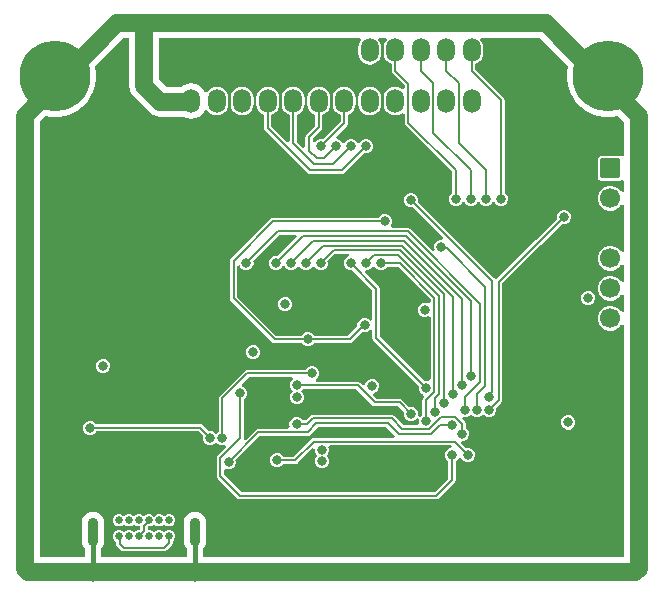
<source format=gbl>
G04*
G04 #@! TF.GenerationSoftware,Altium Limited,Altium Designer,25.5.2 (35)*
G04*
G04 Layer_Physical_Order=4*
G04 Layer_Color=16711680*
%FSLAX44Y44*%
%MOMM*%
G71*
G04*
G04 #@! TF.SameCoordinates,24B21415-5C40-4A56-A289-731DE7267D3C*
G04*
G04*
G04 #@! TF.FilePolarity,Positive*
G04*
G01*
G75*
%ADD10C,0.2000*%
%ADD50C,1.5000*%
%ADD53C,6.0000*%
%ADD54O,1.5000X2.0000*%
G04:AMPARAMS|DCode=55|XSize=0.9mm|YSize=1.7mm|CornerRadius=0.45mm|HoleSize=0mm|Usage=FLASHONLY|Rotation=0.000|XOffset=0mm|YOffset=0mm|HoleType=Round|Shape=RoundedRectangle|*
%AMROUNDEDRECTD55*
21,1,0.9000,0.8000,0,0,0.0*
21,1,0.0000,1.7000,0,0,0.0*
1,1,0.9000,0.0000,-0.4000*
1,1,0.9000,0.0000,-0.4000*
1,1,0.9000,0.0000,0.4000*
1,1,0.9000,0.0000,0.4000*
%
%ADD55ROUNDEDRECTD55*%
G04:AMPARAMS|DCode=56|XSize=0.9mm|YSize=2.4mm|CornerRadius=0.45mm|HoleSize=0mm|Usage=FLASHONLY|Rotation=0.000|XOffset=0mm|YOffset=0mm|HoleType=Round|Shape=RoundedRectangle|*
%AMROUNDEDRECTD56*
21,1,0.9000,1.5000,0,0,0.0*
21,1,0.0000,2.4000,0,0,0.0*
1,1,0.9000,0.0000,-0.7500*
1,1,0.9000,0.0000,-0.7500*
1,1,0.9000,0.0000,0.7500*
1,1,0.9000,0.0000,0.7500*
%
%ADD56ROUNDEDRECTD56*%
%ADD57C,0.6500*%
%ADD58C,1.7000*%
G04:AMPARAMS|DCode=59|XSize=1.7mm|YSize=1.7mm|CornerRadius=0.05mm|HoleSize=0mm|Usage=FLASHONLY|Rotation=270.000|XOffset=0mm|YOffset=0mm|HoleType=Round|Shape=RoundedRectangle|*
%AMROUNDEDRECTD59*
21,1,1.7000,1.6000,0,0,270.0*
21,1,1.6000,1.7000,0,0,270.0*
1,1,0.1000,-0.8000,-0.8000*
1,1,0.1000,-0.8000,0.8000*
1,1,0.1000,0.8000,0.8000*
1,1,0.1000,0.8000,-0.8000*
%
%ADD59ROUNDEDRECTD59*%
%ADD60C,0.8000*%
%ADD61C,0.4000*%
G36*
X407182Y108471D02*
X406321Y103035D01*
Y97526D01*
X407183Y92084D01*
X408885Y86845D01*
X411386Y81936D01*
X414624Y77479D01*
X418520Y73583D01*
X422977Y70345D01*
X427886Y67844D01*
X433125Y66142D01*
X438567Y65280D01*
X444076D01*
X449512Y66141D01*
X454892Y60761D01*
Y32699D01*
X453687Y32144D01*
X452892Y31959D01*
X452225Y32405D01*
X451250Y32599D01*
X435250D01*
X434274Y32405D01*
X433448Y31852D01*
X432895Y31025D01*
X432701Y30050D01*
Y14050D01*
X432895Y13075D01*
X433448Y12248D01*
X434274Y11695D01*
X435250Y11501D01*
X451250D01*
X452225Y11695D01*
X452892Y12141D01*
X453687Y11956D01*
X454892Y11401D01*
Y2269D01*
X454573Y2037D01*
X451940Y2598D01*
X451652Y3097D01*
X449697Y5052D01*
X447303Y6434D01*
X444632Y7150D01*
X441868D01*
X439197Y6434D01*
X436803Y5052D01*
X434848Y3097D01*
X433465Y703D01*
X432750Y-1968D01*
Y-4732D01*
X433465Y-7403D01*
X434848Y-9797D01*
X436803Y-11752D01*
X439197Y-13134D01*
X441868Y-13850D01*
X444632D01*
X447303Y-13134D01*
X449697Y-11752D01*
X451652Y-9797D01*
X451940Y-9298D01*
X454573Y-8737D01*
X454892Y-8969D01*
Y-45000D01*
Y-48532D01*
X454573Y-48763D01*
X451940Y-48202D01*
X451652Y-47703D01*
X449697Y-45748D01*
X447303Y-44366D01*
X444632Y-43650D01*
X441867D01*
X439197Y-44366D01*
X436803Y-45748D01*
X434848Y-47703D01*
X433465Y-50097D01*
X432750Y-52768D01*
Y-55532D01*
X433465Y-58203D01*
X434848Y-60597D01*
X436803Y-62552D01*
X439197Y-63934D01*
X441867Y-64650D01*
X444632D01*
X447303Y-63934D01*
X449697Y-62552D01*
X451652Y-60597D01*
X451940Y-60098D01*
X454573Y-59537D01*
X454892Y-59769D01*
Y-73931D01*
X454573Y-74163D01*
X451940Y-73602D01*
X451652Y-73103D01*
X449697Y-71148D01*
X447303Y-69766D01*
X444632Y-69050D01*
X441868D01*
X439197Y-69766D01*
X436803Y-71148D01*
X434848Y-73103D01*
X433465Y-75497D01*
X432750Y-78168D01*
Y-80932D01*
X433465Y-83603D01*
X434848Y-85997D01*
X436803Y-87952D01*
X439197Y-89334D01*
X441868Y-90050D01*
X444632D01*
X447303Y-89334D01*
X449697Y-87952D01*
X451652Y-85997D01*
X451940Y-85498D01*
X454573Y-84937D01*
X454892Y-85169D01*
Y-99331D01*
X454573Y-99563D01*
X451940Y-99002D01*
X451652Y-98503D01*
X449697Y-96548D01*
X447303Y-95166D01*
X444632Y-94450D01*
X441868D01*
X439197Y-95166D01*
X436803Y-96548D01*
X434848Y-98503D01*
X433465Y-100897D01*
X432750Y-103568D01*
Y-106332D01*
X433465Y-109003D01*
X434848Y-111397D01*
X436803Y-113352D01*
X439197Y-114734D01*
X441868Y-115450D01*
X444632D01*
X447303Y-114734D01*
X449697Y-113352D01*
X451652Y-111397D01*
X451940Y-110898D01*
X454573Y-110337D01*
X454892Y-110569D01*
Y-170000D01*
Y-307392D01*
X282500D01*
X257500Y-307392D01*
X132500D01*
X132500Y-307392D01*
X107500D01*
X107500Y-307392D01*
X98820D01*
Y-299774D01*
X100058Y-298161D01*
X101016Y-295850D01*
X101342Y-293370D01*
Y-278370D01*
X101016Y-275890D01*
X100058Y-273579D01*
X98535Y-271595D01*
X96551Y-270072D01*
X94240Y-269114D01*
X91760Y-268788D01*
X89280Y-269114D01*
X86969Y-270072D01*
X84985Y-271595D01*
X83462Y-273579D01*
X82505Y-275890D01*
X82178Y-278370D01*
Y-293370D01*
X82505Y-295850D01*
X83462Y-298161D01*
X84700Y-299774D01*
Y-307392D01*
X32500D01*
X12320Y-307392D01*
Y-299774D01*
X13558Y-298161D01*
X14516Y-295850D01*
X14842Y-293370D01*
Y-278370D01*
X14516Y-275890D01*
X13558Y-273579D01*
X12035Y-271595D01*
X10051Y-270072D01*
X7740Y-269114D01*
X5260Y-268788D01*
X2780Y-269114D01*
X469Y-270072D01*
X-1515Y-271595D01*
X-3038Y-273579D01*
X-3995Y-275890D01*
X-4322Y-278370D01*
Y-293370D01*
X-3995Y-295850D01*
X-3038Y-298161D01*
X-1800Y-299774D01*
Y-307392D01*
X-39892D01*
Y-295000D01*
Y-270000D01*
Y-245000D01*
Y-220000D01*
Y-195000D01*
Y-170000D01*
Y-145000D01*
Y-120000D01*
Y-95000D01*
Y-70000D01*
Y-45000D01*
Y-20000D01*
Y5000D01*
Y30000D01*
Y55000D01*
Y61241D01*
X-34992Y66141D01*
X-29555Y65280D01*
X-24046D01*
X-18605Y66142D01*
X-13366Y67844D01*
X-8457Y70345D01*
X-4000Y73583D01*
X-104Y77479D01*
X3134Y81936D01*
X5635Y86845D01*
X7337Y92084D01*
X8199Y97526D01*
Y103035D01*
X7338Y108471D01*
X31259Y132392D01*
X36142D01*
Y91750D01*
X36572Y88487D01*
X37831Y85446D01*
X39835Y82835D01*
X53585Y69085D01*
X56196Y67081D01*
X59237Y65822D01*
X62500Y65392D01*
X82226D01*
X85252Y64139D01*
X88515Y63709D01*
X91778Y64139D01*
X94819Y65398D01*
X97430Y67402D01*
X99434Y70013D01*
X99851Y71021D01*
X100710Y71243D01*
X102079Y71172D01*
X103330Y69542D01*
X105314Y68019D01*
X107625Y67062D01*
X110105Y66735D01*
X112585Y67062D01*
X114896Y68019D01*
X116881Y69542D01*
X118403Y71526D01*
X119361Y73837D01*
X119687Y76317D01*
Y81317D01*
X119361Y83797D01*
X118403Y86108D01*
X116881Y88092D01*
X114896Y89615D01*
X112585Y90573D01*
X110105Y90899D01*
X107625Y90573D01*
X105314Y89615D01*
X103330Y88092D01*
X102079Y86462D01*
X100710Y86391D01*
X99851Y86613D01*
X99434Y87621D01*
X97430Y90232D01*
X94819Y92236D01*
X91778Y93495D01*
X88515Y93925D01*
X85252Y93495D01*
X82211Y92236D01*
X80090Y90608D01*
X67722D01*
X61358Y96972D01*
Y132392D01*
X231553D01*
X232389Y130392D01*
X231347Y129034D01*
X230390Y126723D01*
X230063Y124243D01*
Y119243D01*
X230390Y116763D01*
X231347Y114452D01*
X232870Y112467D01*
X234854Y110945D01*
X237165Y109987D01*
X239645Y109661D01*
X242125Y109987D01*
X244436Y110945D01*
X246420Y112467D01*
X247943Y114452D01*
X248901Y116763D01*
X249227Y119243D01*
Y124243D01*
X248901Y126723D01*
X247943Y129034D01*
X246901Y130392D01*
X247737Y132392D01*
X253143D01*
X253979Y130392D01*
X252937Y129034D01*
X251980Y126723D01*
X251653Y124243D01*
Y119243D01*
X251980Y116763D01*
X252937Y114452D01*
X254460Y112467D01*
X256444Y110945D01*
X258176Y110227D01*
Y104725D01*
X258176Y104725D01*
X258409Y103554D01*
X259072Y102562D01*
X269234Y92400D01*
Y89668D01*
X267234Y88688D01*
X266026Y89615D01*
X263715Y90573D01*
X261235Y90899D01*
X258755Y90573D01*
X256444Y89615D01*
X254460Y88092D01*
X252937Y86108D01*
X251980Y83797D01*
X251653Y81317D01*
Y76317D01*
X251980Y73837D01*
X252937Y71526D01*
X254460Y69542D01*
X256444Y68019D01*
X258755Y67062D01*
X261235Y66735D01*
X263715Y67062D01*
X266026Y68019D01*
X267234Y68946D01*
X269234Y67966D01*
Y60647D01*
X269234Y60647D01*
X269467Y59476D01*
X270130Y58484D01*
X309611Y19003D01*
Y1367D01*
X309271Y1226D01*
X307584Y-461D01*
X306670Y-2666D01*
Y-5053D01*
X307584Y-7259D01*
X309271Y-8947D01*
X311477Y-9860D01*
X313864D01*
X316069Y-8947D01*
X317757Y-7259D01*
X317938Y-6822D01*
X320102D01*
X320284Y-7259D01*
X321971Y-8946D01*
X324176Y-9860D01*
X326563D01*
X328769Y-8946D01*
X330457Y-7259D01*
X330638Y-6822D01*
X332802D01*
X332984Y-7259D01*
X334671Y-8947D01*
X336876Y-9860D01*
X339263D01*
X341469Y-8947D01*
X343157Y-7259D01*
X343338Y-6822D01*
X345502D01*
X345684Y-7259D01*
X347371Y-8947D01*
X349576Y-9860D01*
X351964D01*
X354169Y-8947D01*
X355857Y-7259D01*
X356770Y-5053D01*
Y-2666D01*
X355857Y-461D01*
X354169Y1226D01*
X353829Y1367D01*
Y79480D01*
X353596Y80651D01*
X352933Y81643D01*
X352933Y81643D01*
X329064Y105512D01*
Y110227D01*
X330796Y110945D01*
X332780Y112467D01*
X334303Y114452D01*
X335261Y116763D01*
X335587Y119243D01*
Y124243D01*
X335261Y126723D01*
X334303Y129034D01*
X333261Y130392D01*
X334097Y132392D01*
X383261D01*
X407182Y108471D01*
D02*
G37*
%LPC*%
G36*
X239645Y90899D02*
X237165Y90573D01*
X234854Y89615D01*
X232870Y88092D01*
X231347Y86108D01*
X230390Y83797D01*
X230063Y81317D01*
Y76317D01*
X230390Y73837D01*
X231347Y71526D01*
X232870Y69542D01*
X234854Y68019D01*
X237165Y67062D01*
X239645Y66735D01*
X242125Y67062D01*
X244436Y68019D01*
X246420Y69542D01*
X247943Y71526D01*
X248901Y73837D01*
X249227Y76317D01*
Y81317D01*
X248901Y83797D01*
X247943Y86108D01*
X246420Y88092D01*
X244436Y89615D01*
X242125Y90573D01*
X239645Y90899D01*
D02*
G37*
G36*
X131695D02*
X129215Y90573D01*
X126904Y89615D01*
X124920Y88092D01*
X123397Y86108D01*
X122440Y83797D01*
X122113Y81317D01*
Y76317D01*
X122440Y73837D01*
X123397Y71526D01*
X124920Y69542D01*
X126904Y68019D01*
X129215Y67062D01*
X131695Y66735D01*
X134175Y67062D01*
X136486Y68019D01*
X138470Y69542D01*
X139993Y71526D01*
X140950Y73837D01*
X141277Y76317D01*
Y81317D01*
X140950Y83797D01*
X139993Y86108D01*
X138470Y88092D01*
X136486Y89615D01*
X134175Y90573D01*
X131695Y90899D01*
D02*
G37*
G36*
X218055D02*
X215575Y90573D01*
X213264Y89615D01*
X211280Y88092D01*
X209757Y86108D01*
X208800Y83797D01*
X208473Y81317D01*
Y76317D01*
X208800Y73837D01*
X209757Y71526D01*
X211280Y69542D01*
X213264Y68019D01*
X214996Y67301D01*
Y61542D01*
X199903Y46449D01*
X199564Y46590D01*
X197176D01*
X194971Y45676D01*
X193309Y44014D01*
X193163Y44017D01*
X191309Y44448D01*
Y47067D01*
X198628Y54386D01*
X198628Y54386D01*
X199291Y55378D01*
X199524Y56549D01*
Y67301D01*
X201256Y68019D01*
X203241Y69542D01*
X204763Y71526D01*
X205721Y73837D01*
X206047Y76317D01*
Y81317D01*
X205721Y83797D01*
X204763Y86108D01*
X203241Y88092D01*
X201256Y89615D01*
X198945Y90573D01*
X196465Y90899D01*
X193985Y90573D01*
X191674Y89615D01*
X189690Y88092D01*
X188167Y86108D01*
X187210Y83797D01*
X186883Y81317D01*
Y76317D01*
X187210Y73837D01*
X188167Y71526D01*
X189690Y69542D01*
X191674Y68019D01*
X193406Y67301D01*
Y57816D01*
X186087Y50497D01*
X185424Y49504D01*
X185191Y48334D01*
X185191Y48334D01*
Y39748D01*
X183343Y38982D01*
X177934Y44392D01*
Y67301D01*
X179666Y68019D01*
X181651Y69542D01*
X183173Y71526D01*
X184130Y73837D01*
X184457Y76317D01*
Y81317D01*
X184130Y83797D01*
X183173Y86108D01*
X181651Y88092D01*
X179666Y89615D01*
X177355Y90573D01*
X174875Y90899D01*
X172395Y90573D01*
X170084Y89615D01*
X168100Y88092D01*
X166577Y86108D01*
X165620Y83797D01*
X165293Y81317D01*
Y76317D01*
X165620Y73837D01*
X166577Y71526D01*
X168100Y69542D01*
X170084Y68019D01*
X171816Y67301D01*
Y44892D01*
X169816Y44063D01*
X156344Y57536D01*
Y67301D01*
X158076Y68019D01*
X160061Y69542D01*
X161583Y71526D01*
X162540Y73837D01*
X162867Y76317D01*
Y81317D01*
X162540Y83797D01*
X161583Y86108D01*
X160061Y88092D01*
X158076Y89615D01*
X155765Y90573D01*
X153285Y90899D01*
X150805Y90573D01*
X148494Y89615D01*
X146510Y88092D01*
X144987Y86108D01*
X144030Y83797D01*
X143703Y81317D01*
Y76317D01*
X144030Y73837D01*
X144987Y71526D01*
X146510Y69542D01*
X148494Y68019D01*
X150226Y67301D01*
Y56269D01*
X150226Y56269D01*
X150459Y55098D01*
X151122Y54106D01*
X187283Y17945D01*
X187283Y17945D01*
X188275Y17282D01*
X189445Y17050D01*
X215988D01*
X215988Y17049D01*
X217159Y17282D01*
X218151Y17945D01*
X234937Y34731D01*
X235277Y34590D01*
X237663D01*
X239869Y35503D01*
X241557Y37191D01*
X242470Y39397D01*
Y41783D01*
X241557Y43989D01*
X239869Y45676D01*
X237663Y46590D01*
X235277D01*
X233071Y45676D01*
X231383Y43989D01*
X231202Y43552D01*
X229038D01*
X228857Y43989D01*
X227169Y45676D01*
X224963Y46590D01*
X222577D01*
X220371Y45676D01*
X218683Y43989D01*
X218502Y43552D01*
X216338D01*
X216157Y43989D01*
X214469Y45676D01*
X212264Y46590D01*
X211524D01*
X210696Y48590D01*
X220218Y58112D01*
X220218Y58112D01*
X220881Y59104D01*
X221114Y60275D01*
X221114Y60275D01*
Y67301D01*
X222846Y68019D01*
X224830Y69542D01*
X226353Y71526D01*
X227311Y73837D01*
X227637Y76317D01*
Y81317D01*
X227311Y83797D01*
X226353Y86108D01*
X224830Y88092D01*
X222846Y89615D01*
X220535Y90573D01*
X218055Y90899D01*
D02*
G37*
G36*
X275763Y870D02*
X273377D01*
X271171Y-44D01*
X269484Y-1731D01*
X268570Y-3936D01*
Y-6324D01*
X269484Y-8529D01*
X271171Y-10217D01*
X273377Y-11130D01*
X275763D01*
X276103Y-10989D01*
X301766Y-36652D01*
X301510Y-37439D01*
X300786Y-38500D01*
X298776D01*
X296571Y-39413D01*
X294883Y-41101D01*
X293970Y-43306D01*
Y-45693D01*
X294511Y-47000D01*
X292815Y-48132D01*
X274020Y-29337D01*
X273028Y-28674D01*
X271857Y-28441D01*
X271857Y-28441D01*
X258122D01*
X257294Y-26441D01*
X257337Y-26399D01*
X258250Y-24193D01*
Y-21806D01*
X257337Y-19601D01*
X255649Y-17914D01*
X253444Y-17000D01*
X251056D01*
X248851Y-17914D01*
X247163Y-19601D01*
X247023Y-19941D01*
X157750D01*
X156579Y-20174D01*
X155587Y-20837D01*
X155587Y-20837D01*
X122337Y-54087D01*
X121674Y-55079D01*
X121441Y-56250D01*
X121441Y-56250D01*
Y-88000D01*
X121441Y-88000D01*
X121674Y-89171D01*
X122337Y-90163D01*
X157087Y-124913D01*
X157087Y-124913D01*
X158080Y-125576D01*
X159250Y-125809D01*
X159250Y-125809D01*
X181773D01*
X181914Y-126149D01*
X183601Y-127837D01*
X185807Y-128750D01*
X188193D01*
X190399Y-127837D01*
X192087Y-126149D01*
X192227Y-125809D01*
X222750D01*
X222750Y-125809D01*
X223921Y-125576D01*
X224913Y-124913D01*
X233363Y-116463D01*
X234056Y-116750D01*
X236444D01*
X238649Y-115836D01*
X239941Y-114544D01*
X241786Y-115060D01*
X241941Y-115157D01*
Y-121610D01*
X241941Y-121610D01*
X242174Y-122781D01*
X242837Y-123773D01*
X281411Y-162347D01*
X281270Y-162687D01*
Y-165074D01*
X282183Y-167279D01*
X283871Y-168967D01*
X285017Y-169441D01*
X285558Y-171728D01*
X285107Y-172179D01*
X284444Y-173171D01*
X284211Y-174342D01*
X284211Y-174342D01*
Y-186593D01*
X283871Y-186733D01*
X282316Y-188288D01*
X282183Y-188421D01*
X280539Y-187452D01*
X280567Y-187386D01*
X280750Y-186943D01*
Y-184557D01*
X279837Y-182351D01*
X278149Y-180664D01*
X275944Y-179750D01*
X273557D01*
X273217Y-179891D01*
X267327Y-174001D01*
X266335Y-173338D01*
X265164Y-173105D01*
X265164Y-173105D01*
X245283D01*
X242427Y-170250D01*
X242713Y-169142D01*
X243164Y-168158D01*
X245149Y-167337D01*
X246837Y-165649D01*
X247750Y-163444D01*
Y-161056D01*
X246837Y-158851D01*
X245149Y-157163D01*
X242943Y-156250D01*
X240557D01*
X238351Y-157163D01*
X236663Y-158851D01*
X235842Y-160836D01*
X234858Y-161287D01*
X233750Y-161573D01*
X231765Y-159587D01*
X230772Y-158924D01*
X229602Y-158691D01*
X229601Y-158691D01*
X194294D01*
X193896Y-156691D01*
X194149Y-156587D01*
X195837Y-154899D01*
X196750Y-152694D01*
Y-150307D01*
X195837Y-148101D01*
X194149Y-146413D01*
X191943Y-145500D01*
X189557D01*
X187351Y-146413D01*
X185664Y-148101D01*
X185523Y-148441D01*
X136072D01*
X136072Y-148441D01*
X134901Y-148674D01*
X133909Y-149337D01*
X133909Y-149337D01*
X112587Y-170659D01*
X111924Y-171651D01*
X111691Y-172822D01*
X111691Y-172822D01*
Y-201273D01*
X111351Y-201413D01*
X109901Y-202864D01*
X109837Y-202851D01*
X108149Y-201164D01*
X105943Y-200250D01*
X103556D01*
X103217Y-200391D01*
X98413Y-195587D01*
X97421Y-194924D01*
X96250Y-194691D01*
X96250Y-194691D01*
X8227D01*
X8087Y-194351D01*
X6399Y-192663D01*
X4193Y-191750D01*
X1806D01*
X-399Y-192663D01*
X-2087Y-194351D01*
X-3000Y-196556D01*
Y-198944D01*
X-2087Y-201149D01*
X-399Y-202837D01*
X1806Y-203750D01*
X4193D01*
X6399Y-202837D01*
X8087Y-201149D01*
X8227Y-200809D01*
X94983D01*
X98891Y-204717D01*
X98750Y-205056D01*
Y-207444D01*
X99663Y-209649D01*
X101351Y-211337D01*
X103556Y-212250D01*
X105943D01*
X108149Y-211337D01*
X109599Y-209886D01*
X109663Y-209899D01*
X111351Y-211586D01*
X113556Y-212500D01*
X115943D01*
X117122Y-212012D01*
X118255Y-213707D01*
X110924Y-221038D01*
X110261Y-222030D01*
X110028Y-223201D01*
X110028Y-223201D01*
Y-238587D01*
X110028Y-238587D01*
X110261Y-239758D01*
X110924Y-240750D01*
X127484Y-257310D01*
X127484Y-257310D01*
X128477Y-257973D01*
X129647Y-258206D01*
X129647Y-258206D01*
X231372D01*
X232241Y-258379D01*
X232241Y-258379D01*
X296122D01*
X296122Y-258379D01*
X297292Y-258146D01*
X298285Y-257483D01*
X311413Y-244355D01*
X311413Y-244355D01*
X312076Y-243362D01*
X312309Y-242192D01*
X312309Y-242192D01*
Y-226227D01*
X312649Y-226087D01*
X314337Y-224399D01*
X314896Y-223048D01*
X317061D01*
X317414Y-223899D01*
X319101Y-225587D01*
X321306Y-226500D01*
X323694D01*
X325899Y-225587D01*
X327587Y-223899D01*
X328500Y-221693D01*
Y-219307D01*
X327587Y-217101D01*
X325899Y-215413D01*
X323694Y-214500D01*
X321306D01*
X320967Y-214641D01*
X317076Y-210750D01*
X317904Y-208750D01*
X318944D01*
X321149Y-207836D01*
X322837Y-206149D01*
X323750Y-203944D01*
Y-201556D01*
X322837Y-199351D01*
X321149Y-197663D01*
X320809Y-197523D01*
Y-194350D01*
X320576Y-193180D01*
X319913Y-192188D01*
X319913Y-192188D01*
X317742Y-190017D01*
X318875Y-188321D01*
X319307Y-188500D01*
X321693D01*
X323899Y-187586D01*
X325500Y-185985D01*
X327101Y-187586D01*
X329306Y-188500D01*
X331693D01*
X333899Y-187586D01*
X334318Y-187167D01*
X335625Y-185935D01*
X336932Y-187167D01*
X337351Y-187586D01*
X339557Y-188500D01*
X341944D01*
X344149Y-187586D01*
X345836Y-185899D01*
X346750Y-183694D01*
Y-181306D01*
X346609Y-180967D01*
X351163Y-176413D01*
X351163Y-176413D01*
X351826Y-175420D01*
X352059Y-174250D01*
X352059Y-174250D01*
Y-75477D01*
X384738Y-42798D01*
X384738Y-42798D01*
X402577Y-24959D01*
X402916Y-25100D01*
X405303D01*
X407509Y-24187D01*
X409197Y-22499D01*
X410110Y-20294D01*
Y-17907D01*
X409197Y-15701D01*
X407509Y-14014D01*
X405303Y-13100D01*
X402916D01*
X400711Y-14014D01*
X399024Y-15701D01*
X398110Y-17907D01*
Y-20294D01*
X398251Y-20633D01*
X380412Y-38472D01*
X380412Y-38472D01*
X347585Y-71299D01*
X347442Y-71375D01*
X346703Y-71474D01*
X345327Y-71372D01*
X344985Y-71219D01*
X280429Y-6663D01*
X280570Y-6324D01*
Y-3936D01*
X279657Y-1731D01*
X277969Y-44D01*
X275763Y870D01*
D02*
G37*
G36*
X425813Y-81760D02*
X423427D01*
X421221Y-82674D01*
X419534Y-84361D01*
X418620Y-86567D01*
Y-88954D01*
X419534Y-91159D01*
X421221Y-92847D01*
X423427Y-93760D01*
X425813D01*
X428019Y-92847D01*
X429707Y-91159D01*
X430620Y-88954D01*
Y-86567D01*
X429707Y-84361D01*
X428019Y-82674D01*
X425813Y-81760D01*
D02*
G37*
G36*
X142193Y-127750D02*
X139806D01*
X137601Y-128663D01*
X135913Y-130351D01*
X135000Y-132556D01*
Y-134944D01*
X135913Y-137149D01*
X137601Y-138837D01*
X139806Y-139750D01*
X142193D01*
X144399Y-138837D01*
X146087Y-137149D01*
X147000Y-134944D01*
Y-132556D01*
X146087Y-130351D01*
X144399Y-128663D01*
X142193Y-127750D01*
D02*
G37*
G36*
X15203Y-139140D02*
X12817D01*
X10611Y-140053D01*
X8924Y-141741D01*
X8010Y-143947D01*
Y-146334D01*
X8924Y-148539D01*
X10611Y-150226D01*
X12817Y-151140D01*
X15203D01*
X17409Y-150226D01*
X19097Y-148539D01*
X20010Y-146334D01*
Y-143947D01*
X19097Y-141741D01*
X17409Y-140053D01*
X15203Y-139140D01*
D02*
G37*
G36*
X408943Y-187250D02*
X406557D01*
X404351Y-188164D01*
X402663Y-189851D01*
X401750Y-192057D01*
Y-194443D01*
X402663Y-196649D01*
X404351Y-198337D01*
X406557Y-199250D01*
X408943D01*
X411149Y-198337D01*
X412837Y-196649D01*
X413750Y-194443D01*
Y-192057D01*
X412837Y-189851D01*
X411149Y-188164D01*
X408943Y-187250D01*
D02*
G37*
G36*
X70804Y-270820D02*
X68716D01*
X66786Y-271619D01*
X65510Y-272895D01*
X64234Y-271619D01*
X62304Y-270820D01*
X60216D01*
X58286Y-271619D01*
X57010Y-272895D01*
X55734Y-271619D01*
X53804Y-270820D01*
X51716D01*
X49786Y-271619D01*
X48510Y-272895D01*
X47234Y-271619D01*
X45304Y-270820D01*
X43216D01*
X41286Y-271619D01*
X40010Y-272895D01*
X38734Y-271619D01*
X36804Y-270820D01*
X34716D01*
X32786Y-271619D01*
X31510Y-272895D01*
X30234Y-271619D01*
X28304Y-270820D01*
X26216D01*
X24286Y-271619D01*
X22809Y-273096D01*
X22010Y-275026D01*
Y-277114D01*
X22809Y-279044D01*
X24286Y-280521D01*
X26216Y-281320D01*
X28304D01*
X30234Y-280521D01*
X31510Y-279245D01*
X32786Y-280521D01*
X34716Y-281320D01*
X36804D01*
X38734Y-280521D01*
X40010Y-279245D01*
X41286Y-280521D01*
X43216Y-281320D01*
X45304D01*
X45441Y-281411D01*
Y-283704D01*
X44825Y-284320D01*
X43216D01*
X41286Y-285119D01*
X40010Y-286395D01*
X38734Y-285119D01*
X36804Y-284320D01*
X34716D01*
X32786Y-285119D01*
X31510Y-286395D01*
X30234Y-285119D01*
X28304Y-284320D01*
X26216D01*
X24286Y-285119D01*
X22809Y-286596D01*
X22010Y-288526D01*
Y-290614D01*
X22809Y-292544D01*
X24286Y-294021D01*
X24761Y-294217D01*
Y-295820D01*
X24761Y-295820D01*
X24994Y-296991D01*
X25657Y-297983D01*
X29087Y-301413D01*
X29087Y-301413D01*
X30079Y-302076D01*
X31250Y-302309D01*
X65500D01*
X65500Y-302309D01*
X66671Y-302076D01*
X67663Y-301413D01*
X71923Y-297153D01*
X71923Y-297153D01*
X72586Y-296161D01*
X72819Y-294990D01*
Y-293936D01*
X74211Y-292544D01*
X75010Y-290614D01*
Y-288526D01*
X74211Y-286596D01*
X72734Y-285119D01*
X70804Y-284320D01*
X68716D01*
X66786Y-285119D01*
X65510Y-286395D01*
X64234Y-285119D01*
X62304Y-284320D01*
X60216D01*
X58286Y-285119D01*
X57010Y-286395D01*
X55734Y-285119D01*
X53804Y-284320D01*
X51716D01*
X51559Y-284215D01*
Y-281936D01*
X52175Y-281320D01*
X53804D01*
X55734Y-280521D01*
X57010Y-279245D01*
X58286Y-280521D01*
X60216Y-281320D01*
X62304D01*
X64234Y-280521D01*
X65510Y-279245D01*
X66786Y-280521D01*
X68716Y-281320D01*
X70804D01*
X72734Y-280521D01*
X74211Y-279044D01*
X75010Y-277114D01*
Y-275026D01*
X74211Y-273096D01*
X72734Y-271619D01*
X70804Y-270820D01*
D02*
G37*
%LPD*%
G36*
X177768Y-36407D02*
X161533Y-52641D01*
X161194Y-52500D01*
X158806D01*
X156601Y-53414D01*
X154914Y-55101D01*
X154000Y-57306D01*
Y-59693D01*
X154914Y-61899D01*
X156601Y-63587D01*
X158806Y-64500D01*
X161194D01*
X163399Y-63587D01*
X165087Y-61899D01*
X165418Y-61100D01*
X167582D01*
X167913Y-61899D01*
X169601Y-63587D01*
X171807Y-64500D01*
X174193D01*
X176399Y-63587D01*
X178087Y-61899D01*
X178168Y-61703D01*
X180332D01*
X180413Y-61899D01*
X182101Y-63587D01*
X184307Y-64500D01*
X186693D01*
X188899Y-63587D01*
X190587Y-61899D01*
X190668Y-61703D01*
X192832D01*
X192913Y-61899D01*
X194601Y-63587D01*
X196807Y-64500D01*
X199193D01*
X201399Y-63587D01*
X203087Y-61899D01*
X204000Y-59693D01*
Y-57306D01*
X203859Y-56967D01*
X210267Y-50559D01*
X222165D01*
X222306Y-52500D01*
X220101Y-53414D01*
X218414Y-55101D01*
X217500Y-57306D01*
Y-59693D01*
X218414Y-61899D01*
X220101Y-63587D01*
X222306Y-64500D01*
X224694D01*
X225033Y-64359D01*
X241941Y-81267D01*
Y-106343D01*
X241786Y-106440D01*
X239941Y-106956D01*
X238649Y-105663D01*
X236444Y-104750D01*
X234056D01*
X231851Y-105663D01*
X230163Y-107351D01*
X229250Y-109557D01*
Y-111924D01*
X221483Y-119691D01*
X192227D01*
X192087Y-119351D01*
X190399Y-117663D01*
X188193Y-116750D01*
X185807D01*
X183601Y-117663D01*
X181914Y-119351D01*
X181773Y-119691D01*
X160517D01*
X127559Y-86733D01*
Y-60587D01*
X129559Y-60189D01*
X130163Y-61649D01*
X131851Y-63337D01*
X134057Y-64250D01*
X136444D01*
X138649Y-63337D01*
X140337Y-61649D01*
X141250Y-59443D01*
Y-57056D01*
X141109Y-56717D01*
X163267Y-34559D01*
X177002D01*
X177768Y-36407D01*
D02*
G37*
G36*
X291211Y-89121D02*
Y-91613D01*
X289211Y-92482D01*
X287444Y-91750D01*
X285056D01*
X282851Y-92663D01*
X281163Y-94351D01*
X280250Y-96557D01*
Y-98944D01*
X281163Y-101149D01*
X282851Y-102837D01*
X285056Y-103750D01*
X287444D01*
X289211Y-103018D01*
X291211Y-103887D01*
Y-156853D01*
X289211Y-158190D01*
X288463Y-157880D01*
X286077D01*
X285737Y-158021D01*
X248059Y-120343D01*
Y-80000D01*
X248059Y-80000D01*
X247826Y-78829D01*
X247163Y-77837D01*
X235826Y-66500D01*
X236654Y-64500D01*
X237694D01*
X239899Y-63587D01*
X241587Y-61899D01*
X241668Y-61703D01*
X243832D01*
X243913Y-61899D01*
X245601Y-63587D01*
X247806Y-64500D01*
X250194D01*
X252399Y-63587D01*
X254087Y-61899D01*
X254227Y-61559D01*
X263649D01*
X291211Y-89121D01*
D02*
G37*
G36*
X174604Y-156559D02*
X174351Y-156663D01*
X172663Y-158351D01*
X171750Y-160557D01*
Y-162943D01*
X172663Y-165149D01*
X173083Y-165568D01*
X174315Y-166875D01*
X173083Y-168182D01*
X172663Y-168601D01*
X171750Y-170807D01*
Y-173193D01*
X172663Y-175399D01*
X174351Y-177087D01*
X176556Y-178000D01*
X178944D01*
X181149Y-177087D01*
X182836Y-175399D01*
X183750Y-173193D01*
Y-170807D01*
X182836Y-168601D01*
X182417Y-168182D01*
X181185Y-166875D01*
X182417Y-165568D01*
X182836Y-165149D01*
X182977Y-164809D01*
X228335D01*
X241853Y-178327D01*
X242845Y-178990D01*
X244016Y-179223D01*
X244016Y-179223D01*
X263897D01*
X268891Y-184217D01*
X268750Y-184557D01*
Y-186943D01*
X269664Y-189149D01*
X271351Y-190837D01*
X273557Y-191750D01*
X275944D01*
X278149Y-190837D01*
X279704Y-189282D01*
X279837Y-189149D01*
X281481Y-190118D01*
X281453Y-190184D01*
X281270Y-190627D01*
Y-193013D01*
X281580Y-193761D01*
X280243Y-195761D01*
X268473D01*
X260377Y-187665D01*
X259385Y-187002D01*
X258214Y-186769D01*
X258214Y-186769D01*
X191324D01*
X191324Y-186769D01*
X190153Y-187002D01*
X189161Y-187665D01*
X189161Y-187665D01*
X185385Y-191441D01*
X182953D01*
X182812Y-191101D01*
X181124Y-189413D01*
X178919Y-188500D01*
X176532D01*
X174327Y-189413D01*
X172639Y-191101D01*
X171726Y-193307D01*
Y-195693D01*
X172035Y-196441D01*
X170699Y-198441D01*
X145337D01*
X144167Y-198674D01*
X143174Y-199337D01*
X134569Y-207943D01*
X132725Y-206958D01*
X132809Y-206538D01*
Y-173727D01*
X133149Y-173587D01*
X134837Y-171899D01*
X135750Y-169694D01*
Y-167306D01*
X134837Y-165101D01*
X133149Y-163413D01*
X131850Y-162876D01*
X131245Y-160652D01*
X137338Y-154559D01*
X174206D01*
X174604Y-156559D01*
D02*
G37*
G36*
X261204Y-204469D02*
X260376Y-206469D01*
X203926D01*
X203786Y-206441D01*
X203786Y-206441D01*
X192282D01*
X191111Y-206674D01*
X190119Y-207337D01*
X175265Y-222191D01*
X166727D01*
X166587Y-221851D01*
X164899Y-220163D01*
X162694Y-219250D01*
X160306D01*
X158101Y-220163D01*
X156413Y-221851D01*
X155500Y-224056D01*
Y-226444D01*
X156413Y-228649D01*
X158101Y-230336D01*
X160306Y-231250D01*
X162694D01*
X164899Y-230336D01*
X166587Y-228649D01*
X166727Y-228309D01*
X176532D01*
X176532Y-228309D01*
X177703Y-228076D01*
X178695Y-227413D01*
X191141Y-214967D01*
X193000Y-215936D01*
Y-217694D01*
X193913Y-219899D01*
X195265Y-221250D01*
X193913Y-222601D01*
X193000Y-224806D01*
Y-227194D01*
X193913Y-229399D01*
X195601Y-231087D01*
X197806Y-232000D01*
X200194D01*
X202399Y-231087D01*
X204087Y-229399D01*
X205000Y-227194D01*
Y-224806D01*
X204087Y-222601D01*
X202735Y-221250D01*
X204087Y-219899D01*
X205000Y-217694D01*
Y-215306D01*
X204702Y-214587D01*
X206038Y-212587D01*
X308876D01*
X309123Y-213000D01*
X308060Y-214993D01*
X308001Y-215023D01*
X305851Y-215914D01*
X304163Y-217601D01*
X303250Y-219806D01*
Y-222194D01*
X304163Y-224399D01*
X305851Y-226087D01*
X306191Y-226227D01*
Y-240925D01*
X294855Y-252261D01*
X232937D01*
X232068Y-252088D01*
X232068Y-252088D01*
X130914D01*
X116146Y-237320D01*
Y-233777D01*
X118146Y-232440D01*
X118894Y-232750D01*
X121281D01*
X123486Y-231837D01*
X125174Y-230149D01*
X126087Y-227943D01*
Y-225557D01*
X125946Y-225217D01*
X146604Y-204559D01*
X187067D01*
X187067Y-204559D01*
X188237Y-204326D01*
X189230Y-203663D01*
X195834Y-197059D01*
X253794D01*
X261204Y-204469D01*
D02*
G37*
%LPC*%
G36*
X169193Y-87250D02*
X166807D01*
X164601Y-88163D01*
X162913Y-89851D01*
X162000Y-92057D01*
Y-94444D01*
X162913Y-96649D01*
X164601Y-98337D01*
X166807Y-99250D01*
X169193D01*
X171399Y-98337D01*
X173086Y-96649D01*
X174000Y-94444D01*
Y-92057D01*
X173086Y-89851D01*
X171399Y-88163D01*
X169193Y-87250D01*
D02*
G37*
%LPD*%
D10*
X265164Y-176164D02*
X274750Y-185750D01*
X244016Y-176164D02*
X265164D01*
X229602Y-161750D02*
X244016Y-176164D01*
X177750Y-161750D02*
X229602D01*
X187067Y-201500D02*
X194567Y-194000D01*
X255061D01*
X145337Y-201500D02*
X187067D01*
X186652Y-194500D02*
X191324Y-189828D01*
X258214D01*
X177726Y-194500D02*
X186652D01*
X258214Y-189828D02*
X267206Y-198820D01*
X290170D01*
X255061Y-194000D02*
X264289Y-203228D01*
X291418D01*
X120087Y-226750D02*
X145337Y-201500D01*
X176532Y-225250D02*
X192282Y-209500D01*
X203786D01*
X203814Y-209528D01*
X311528D01*
X322500Y-220500D01*
X161500Y-225250D02*
X176532D01*
X309250Y-242192D02*
Y-221000D01*
X296122Y-255320D02*
X309250Y-242192D01*
X232241Y-255320D02*
X296122D01*
X232068Y-255147D02*
X232241Y-255320D01*
X129647Y-255147D02*
X232068D01*
X113087Y-238587D02*
X129647Y-255147D01*
X113087Y-238587D02*
Y-223201D01*
X114750Y-172822D02*
X136072Y-151500D01*
X249000Y-58500D02*
X264916D01*
X294270Y-87854D01*
X302510Y-176580D02*
Y-84780D01*
X192000Y-39500D02*
X268544D01*
X310130Y-168960D02*
Y-86743D01*
X270201Y-35500D02*
X325370Y-90669D01*
X200500Y-43500D02*
X266887D01*
X271857Y-31500D02*
X333000Y-92643D01*
X162000Y-31500D02*
X271857D01*
X209000Y-47500D02*
X265230D01*
X298334Y-168935D02*
Y-86261D01*
X317750Y-161340D02*
Y-88706D01*
X173000Y-58500D02*
X192000Y-39500D01*
X333000Y-159186D02*
Y-92643D01*
X263573Y-51500D02*
X298334Y-86261D01*
X266887Y-43500D02*
X310130Y-86743D01*
X135250Y-58250D02*
X162000Y-31500D01*
X243500Y-51500D02*
X263573D01*
X268544Y-39500D02*
X317750Y-88706D01*
X265230Y-47500D02*
X302510Y-84780D01*
X185500Y-58500D02*
X200500Y-43500D01*
X183000Y-35500D02*
X270201D01*
X325370Y-153720D02*
Y-90669D01*
X349000Y-174250D02*
Y-74210D01*
X382575Y-40635D02*
Y-40635D01*
X349000Y-74210D02*
X382575Y-40635D01*
Y-40635D02*
X404110Y-19100D01*
X343250Y-167876D02*
Y-73810D01*
X304825Y-45545D02*
X337597Y-78317D01*
Y-162004D02*
Y-78317D01*
X330250Y-169350D02*
X337597Y-162004D01*
X340750Y-172000D02*
Y-170376D01*
X343250Y-167876D01*
X340750Y-182500D02*
X349000Y-174250D01*
X188250Y48334D02*
X196465Y56549D01*
X188250Y36692D02*
Y48334D01*
Y36692D02*
X194702Y30240D01*
X200720D01*
X211070Y40590D01*
X192275Y25725D02*
X208905D01*
X174875Y43125D02*
Y78817D01*
Y43125D02*
X192275Y25725D01*
X208905D02*
X223770Y40590D01*
X215988Y20108D02*
X236470Y40590D01*
X153285Y56269D02*
X189445Y20108D01*
X215988D01*
X153285Y56269D02*
Y78817D01*
X326005Y104245D02*
X350770Y79480D01*
Y-3860D02*
Y79480D01*
X326005Y104245D02*
Y121743D01*
X294270Y-167342D02*
Y-87854D01*
X320500Y-182500D02*
Y-171686D01*
X330250Y-182250D02*
Y-169350D01*
Y-182250D02*
X330500Y-182500D01*
X312150Y-188750D02*
X317750Y-194350D01*
Y-202750D02*
Y-194350D01*
X291418Y-203228D02*
X298896Y-195750D01*
X290170Y-198820D02*
X300240Y-188750D01*
X298896Y-195750D02*
X309250D01*
X300240Y-188750D02*
X312150D01*
X320500Y-171686D02*
X333000Y-159186D01*
X223500Y-58500D02*
X245000Y-80000D01*
X234750Y-110750D02*
X235250D01*
X222750Y-122750D02*
X234750Y-110750D01*
X287270Y-191820D02*
Y-174342D01*
X236500Y-58500D02*
X243500Y-51500D01*
X96250Y-197750D02*
X104750Y-206250D01*
X3000Y-197750D02*
X96250D01*
X136072Y-151500D02*
X190750D01*
X159250Y-122750D02*
X187000D01*
X124500Y-88000D02*
X159250Y-122750D01*
X124500Y-88000D02*
Y-56250D01*
X129750Y-206538D02*
Y-168500D01*
X113087Y-223201D02*
X129750Y-206538D01*
X187000Y-122750D02*
X222750D01*
X245000Y-121610D02*
X287270Y-163880D01*
X198000Y-58500D02*
X209000Y-47500D01*
X160000Y-58500D02*
X183000Y-35500D01*
X124500Y-56250D02*
X157750Y-23000D01*
X252250D01*
X114750Y-206500D02*
Y-172822D01*
X245000Y-121610D02*
Y-80000D01*
X274570Y-5130D02*
X343250Y-73810D01*
X299970Y-44500D02*
X301015Y-45545D01*
X304825D01*
X69760Y-294990D02*
Y-289570D01*
X65500Y-299250D02*
X69760Y-294990D01*
X31250Y-299250D02*
X65500D01*
X27820Y-295820D02*
X31250Y-299250D01*
X27820Y-295820D02*
Y-290130D01*
X27260Y-289570D02*
X27820Y-290130D01*
X48500Y-284971D02*
Y-280669D01*
X52760Y-276409D01*
Y-276070D01*
X44260Y-289211D02*
X48500Y-284971D01*
X44260Y-289570D02*
Y-289211D01*
X218055Y76317D02*
Y78817D01*
X196465Y56549D02*
Y78817D01*
X198370Y40590D02*
X218055Y60275D01*
Y78817D01*
X261235Y104725D02*
Y121743D01*
Y104725D02*
X272293Y93667D01*
X304415Y104725D02*
X315210Y93930D01*
X304415Y104725D02*
Y121743D01*
X282825Y104725D02*
X293620Y93930D01*
X282825Y104725D02*
Y121743D01*
X325370Y-3860D02*
Y20270D01*
X293620Y52020D02*
X325370Y20270D01*
X293620Y52020D02*
Y93930D01*
X272293Y60647D02*
X312670Y20270D01*
Y-3860D02*
Y20270D01*
X272293Y60647D02*
Y93667D01*
X315210Y43130D02*
Y93930D01*
X338070Y-3860D02*
Y20270D01*
X315210Y43130D02*
X338070Y20270D01*
X287270Y-174342D02*
X294270Y-167342D01*
X294890Y-172379D02*
X298334Y-168935D01*
X294890Y-184200D02*
Y-172379D01*
D50*
X-52500Y-195000D02*
Y-170000D01*
Y-245000D02*
Y-220000D01*
Y-195000D01*
X467500Y5000D02*
Y65983D01*
Y-45000D02*
Y5000D01*
Y-170000D02*
Y-45000D01*
Y-317063D02*
Y-170000D01*
X182500Y-320000D02*
X257500D01*
X132500D02*
X182500D01*
X32500D02*
X107500D01*
X5260Y-320000D02*
X32500Y-320000D01*
X-50000Y-320000D02*
X5260D01*
X307500Y-320000D02*
X332500D01*
X-52500Y-45000D02*
Y-20000D01*
X87698Y78000D02*
X88515Y78817D01*
X-26801Y92162D02*
Y100280D01*
X-52500Y-317500D02*
Y-295000D01*
Y-70000D02*
Y-45000D01*
X332500Y-320000D02*
X357500D01*
X433203Y100280D02*
X441321D01*
X-52500Y55000D02*
Y66463D01*
X-26801Y92162D01*
X-52500Y-95000D02*
Y-70000D01*
X357500Y-320000D02*
X382500D01*
X62500Y78000D02*
X87698D01*
X441321Y92162D02*
Y100280D01*
X26037Y145000D02*
X48750D01*
X-52500Y30000D02*
Y55000D01*
X48750Y91750D02*
X62500Y78000D01*
X-18683Y100280D02*
X26037Y145000D01*
X-52500Y-270000D02*
Y-245000D01*
Y-120000D02*
Y-95000D01*
X382500Y-320000D02*
X407500D01*
X388483Y145000D02*
X433203Y100280D01*
X107500Y-320000D02*
X132500D01*
X-52500Y5000D02*
Y30000D01*
Y-295000D02*
Y-270000D01*
Y-145000D02*
Y-120000D01*
X257500Y-320000D02*
X282500Y-320000D01*
X407500D02*
X432500D01*
X457500D01*
X48750Y91750D02*
Y145000D01*
X388483D01*
X-52500Y-20000D02*
Y5000D01*
Y-170000D02*
Y-145000D01*
X282500Y-320000D02*
X307500D01*
X457500D02*
X464500D01*
X441321Y92162D02*
X467500Y65983D01*
X-26801Y100280D02*
X-18683D01*
D53*
X441321D02*
D03*
X-26801D02*
D03*
D54*
X326005Y78817D02*
D03*
X304415D02*
D03*
X282825D02*
D03*
X261235D02*
D03*
X239645D02*
D03*
X218055D02*
D03*
X196465D02*
D03*
X174875D02*
D03*
X153285D02*
D03*
X131695D02*
D03*
X110105D02*
D03*
X88515D02*
D03*
X326005Y121743D02*
D03*
X304415D02*
D03*
X282825D02*
D03*
X261235D02*
D03*
X239645D02*
D03*
X218055D02*
D03*
X196465D02*
D03*
X174875D02*
D03*
X153285D02*
D03*
X131695D02*
D03*
X110105D02*
D03*
X88515D02*
D03*
D55*
X5260Y-319670D02*
D03*
X91760D02*
D03*
D56*
X5260Y-285870D02*
D03*
X91760D02*
D03*
D57*
X18760Y-276070D02*
D03*
X27260D02*
D03*
X35760D02*
D03*
X44260D02*
D03*
X52760D02*
D03*
X61260D02*
D03*
X69760D02*
D03*
X78260D02*
D03*
Y-289570D02*
D03*
X69760D02*
D03*
X61260D02*
D03*
X52760D02*
D03*
X44260D02*
D03*
X35760D02*
D03*
X27260D02*
D03*
X18760D02*
D03*
D58*
X443250Y-28750D02*
D03*
X443250Y-104950D02*
D03*
Y-79550D02*
D03*
X443250Y-54150D02*
D03*
X443250Y-3350D02*
D03*
D59*
Y22050D02*
D03*
D60*
X198250Y-93250D02*
D03*
X229750Y-93500D02*
D03*
X407750Y-193250D02*
D03*
X394325Y-224325D02*
D03*
X357750Y-171500D02*
D03*
X414250Y-122500D02*
D03*
X-11000Y-302250D02*
D03*
X300000Y-3858D02*
D03*
X259000Y-110250D02*
D03*
X215250Y-139500D02*
D03*
X177750Y-183000D02*
D03*
X226308Y-202192D02*
D03*
X291250Y-220250D02*
D03*
X299214Y-227938D02*
D03*
X283214Y-227938D02*
D03*
X271804Y-216528D02*
D03*
X244920Y-248320D02*
D03*
X180750Y-262500D02*
D03*
X141000Y-119250D02*
D03*
X134870Y-3860D02*
D03*
X80000Y-147750D02*
D03*
X103250Y-239000D02*
D03*
X103500Y-259750D02*
D03*
X69250Y-211750D02*
D03*
X166250Y-302750D02*
D03*
X5000Y-223000D02*
D03*
X4750Y-235750D02*
D03*
X5000Y-248000D02*
D03*
X320500Y-182500D02*
D03*
X330500D02*
D03*
X340750D02*
D03*
Y-172000D02*
D03*
X317750Y-202750D02*
D03*
X309250Y-195750D02*
D03*
X235250Y-110750D02*
D03*
X236500Y-58500D02*
D03*
X190750Y-151500D02*
D03*
X177750Y-161750D02*
D03*
X141000Y-133750D02*
D03*
X129750Y-168500D02*
D03*
X223500Y-58500D02*
D03*
X286250Y-97750D02*
D03*
X249000Y-58500D02*
D03*
X252250Y-23000D02*
D03*
X104750Y-206250D02*
D03*
X114750Y-206500D02*
D03*
X161500Y-225250D02*
D03*
X120087Y-226750D02*
D03*
X177750Y-172000D02*
D03*
X424620Y-87760D02*
D03*
X241750Y-162250D02*
D03*
X3000Y-197750D02*
D03*
X199000Y-216500D02*
D03*
Y-226000D02*
D03*
X168000Y-93250D02*
D03*
X187000Y-122750D02*
D03*
X177726Y-194500D02*
D03*
X198000Y-58500D02*
D03*
X185500D02*
D03*
X173000D02*
D03*
X160000D02*
D03*
X135250Y-58250D02*
D03*
X325370Y-153720D02*
D03*
X232500Y-320000D02*
D03*
X257500D02*
D03*
X282500D02*
D03*
X307500D02*
D03*
X332500D02*
D03*
X357500D02*
D03*
X382500D02*
D03*
X407500D02*
D03*
X432500D02*
D03*
X457500D02*
D03*
X-42500D02*
D03*
X-17500D02*
D03*
X32500D02*
D03*
X57500D02*
D03*
X82500D02*
D03*
X107500D02*
D03*
X132500D02*
D03*
X157500D02*
D03*
X182500D02*
D03*
X207500D02*
D03*
X467000Y-270000D02*
D03*
Y-245000D02*
D03*
Y-220000D02*
D03*
Y-195000D02*
D03*
Y-170000D02*
D03*
Y-145000D02*
D03*
Y-120000D02*
D03*
Y-95000D02*
D03*
Y-70000D02*
D03*
Y-45000D02*
D03*
Y-20000D02*
D03*
Y5000D02*
D03*
Y30000D02*
D03*
Y-295000D02*
D03*
X-52500Y55000D02*
D03*
Y30000D02*
D03*
Y5000D02*
D03*
Y-20000D02*
D03*
Y-45000D02*
D03*
Y-70000D02*
D03*
Y-95000D02*
D03*
Y-120000D02*
D03*
Y-145000D02*
D03*
Y-170000D02*
D03*
Y-195000D02*
D03*
Y-220000D02*
D03*
Y-245000D02*
D03*
Y-270000D02*
D03*
Y-295000D02*
D03*
X14010Y-145140D02*
D03*
X274750Y-185750D02*
D03*
X322500Y-220500D02*
D03*
X309250Y-221000D02*
D03*
X350770Y-3860D02*
D03*
X338070D02*
D03*
X325370Y-3860D02*
D03*
X312670Y-3860D02*
D03*
X236470Y40590D02*
D03*
X223770D02*
D03*
X211070D02*
D03*
X198370D02*
D03*
X274570Y-5130D02*
D03*
X404110Y-19100D02*
D03*
X317750Y-161340D02*
D03*
X310130Y-168960D02*
D03*
X302510Y-176580D02*
D03*
X294890Y-184200D02*
D03*
X287270Y-191820D02*
D03*
Y-163880D02*
D03*
X299970Y-44500D02*
D03*
D61*
X91760Y-319670D02*
Y-285870D01*
X5260Y-319670D02*
Y-285870D01*
M02*

</source>
